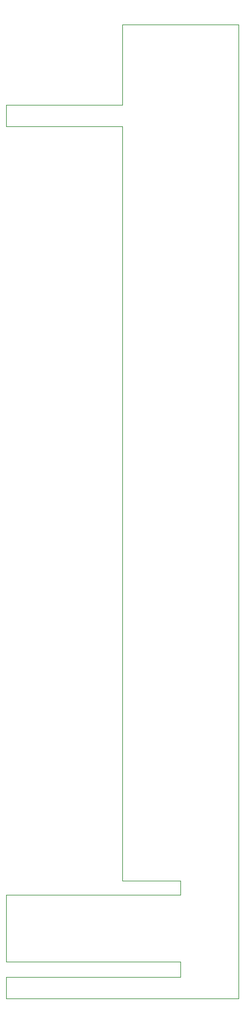
<source format=gm1>
G04*
G04 #@! TF.GenerationSoftware,Altium Limited,Altium Designer,25.3.3 (18)*
G04*
G04 Layer_Color=16711935*
%FSLAX25Y25*%
%MOIN*%
G70*
G04*
G04 #@! TF.SameCoordinates,C26FD52E-3306-4ED3-9720-8CB08B7D1827*
G04*
G04*
G04 #@! TF.FilePolarity,Positive*
G04*
G01*
G75*
%ADD22C,0.00050*%
D22*
X165902Y166917D02*
Y576936D01*
Y588747D02*
Y632375D01*
X102500Y588747D02*
X165902D01*
X102500Y576936D02*
Y588747D01*
Y103000D02*
X229305D01*
X102500Y114811D02*
X197603D01*
X102500Y123167D02*
X197603D01*
X102500Y103000D02*
Y114811D01*
X197603D02*
Y123167D01*
X102500Y576936D02*
X165902D01*
X102500D02*
Y584821D01*
X165902Y166917D02*
X197603D01*
Y159348D02*
Y166917D01*
X229305Y103000D02*
X229305Y632375D01*
X165902D02*
X229305D01*
X102500Y159348D02*
X197603D01*
X102500Y123167D02*
Y159348D01*
M02*

</source>
